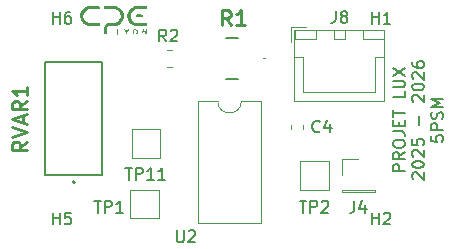
<source format=gbr>
%TF.GenerationSoftware,KiCad,Pcbnew,9.0.6*%
%TF.CreationDate,2025-12-09T16:42:41+01:00*%
%TF.ProjectId,Lumiere,4c756d69-6572-4652-9e6b-696361645f70,rev?*%
%TF.SameCoordinates,Original*%
%TF.FileFunction,Legend,Top*%
%TF.FilePolarity,Positive*%
%FSLAX46Y46*%
G04 Gerber Fmt 4.6, Leading zero omitted, Abs format (unit mm)*
G04 Created by KiCad (PCBNEW 9.0.6) date 2025-12-09 16:42:41*
%MOMM*%
%LPD*%
G01*
G04 APERTURE LIST*
%ADD10C,0.200000*%
%ADD11C,0.254000*%
%ADD12C,0.150000*%
%ADD13C,0.000000*%
%ADD14C,0.120000*%
%ADD15C,0.100000*%
G04 APERTURE END LIST*
D10*
X49077331Y-28995714D02*
X48077331Y-28995714D01*
X48077331Y-28995714D02*
X48077331Y-28614762D01*
X48077331Y-28614762D02*
X48124950Y-28519524D01*
X48124950Y-28519524D02*
X48172569Y-28471905D01*
X48172569Y-28471905D02*
X48267807Y-28424286D01*
X48267807Y-28424286D02*
X48410664Y-28424286D01*
X48410664Y-28424286D02*
X48505902Y-28471905D01*
X48505902Y-28471905D02*
X48553521Y-28519524D01*
X48553521Y-28519524D02*
X48601140Y-28614762D01*
X48601140Y-28614762D02*
X48601140Y-28995714D01*
X49077331Y-27424286D02*
X48601140Y-27757619D01*
X49077331Y-27995714D02*
X48077331Y-27995714D01*
X48077331Y-27995714D02*
X48077331Y-27614762D01*
X48077331Y-27614762D02*
X48124950Y-27519524D01*
X48124950Y-27519524D02*
X48172569Y-27471905D01*
X48172569Y-27471905D02*
X48267807Y-27424286D01*
X48267807Y-27424286D02*
X48410664Y-27424286D01*
X48410664Y-27424286D02*
X48505902Y-27471905D01*
X48505902Y-27471905D02*
X48553521Y-27519524D01*
X48553521Y-27519524D02*
X48601140Y-27614762D01*
X48601140Y-27614762D02*
X48601140Y-27995714D01*
X48077331Y-26805238D02*
X48077331Y-26614762D01*
X48077331Y-26614762D02*
X48124950Y-26519524D01*
X48124950Y-26519524D02*
X48220188Y-26424286D01*
X48220188Y-26424286D02*
X48410664Y-26376667D01*
X48410664Y-26376667D02*
X48743997Y-26376667D01*
X48743997Y-26376667D02*
X48934473Y-26424286D01*
X48934473Y-26424286D02*
X49029712Y-26519524D01*
X49029712Y-26519524D02*
X49077331Y-26614762D01*
X49077331Y-26614762D02*
X49077331Y-26805238D01*
X49077331Y-26805238D02*
X49029712Y-26900476D01*
X49029712Y-26900476D02*
X48934473Y-26995714D01*
X48934473Y-26995714D02*
X48743997Y-27043333D01*
X48743997Y-27043333D02*
X48410664Y-27043333D01*
X48410664Y-27043333D02*
X48220188Y-26995714D01*
X48220188Y-26995714D02*
X48124950Y-26900476D01*
X48124950Y-26900476D02*
X48077331Y-26805238D01*
X48077331Y-25662381D02*
X48791616Y-25662381D01*
X48791616Y-25662381D02*
X48934473Y-25710000D01*
X48934473Y-25710000D02*
X49029712Y-25805238D01*
X49029712Y-25805238D02*
X49077331Y-25948095D01*
X49077331Y-25948095D02*
X49077331Y-26043333D01*
X48553521Y-25186190D02*
X48553521Y-24852857D01*
X49077331Y-24710000D02*
X49077331Y-25186190D01*
X49077331Y-25186190D02*
X48077331Y-25186190D01*
X48077331Y-25186190D02*
X48077331Y-24710000D01*
X48077331Y-24424285D02*
X48077331Y-23852857D01*
X49077331Y-24138571D02*
X48077331Y-24138571D01*
X49077331Y-22281428D02*
X49077331Y-22757618D01*
X49077331Y-22757618D02*
X48077331Y-22757618D01*
X48077331Y-21948094D02*
X48886854Y-21948094D01*
X48886854Y-21948094D02*
X48982092Y-21900475D01*
X48982092Y-21900475D02*
X49029712Y-21852856D01*
X49029712Y-21852856D02*
X49077331Y-21757618D01*
X49077331Y-21757618D02*
X49077331Y-21567142D01*
X49077331Y-21567142D02*
X49029712Y-21471904D01*
X49029712Y-21471904D02*
X48982092Y-21424285D01*
X48982092Y-21424285D02*
X48886854Y-21376666D01*
X48886854Y-21376666D02*
X48077331Y-21376666D01*
X48077331Y-20995713D02*
X49077331Y-20329047D01*
X48077331Y-20329047D02*
X49077331Y-20995713D01*
X49782513Y-29709999D02*
X49734894Y-29662380D01*
X49734894Y-29662380D02*
X49687275Y-29567142D01*
X49687275Y-29567142D02*
X49687275Y-29329047D01*
X49687275Y-29329047D02*
X49734894Y-29233809D01*
X49734894Y-29233809D02*
X49782513Y-29186190D01*
X49782513Y-29186190D02*
X49877751Y-29138571D01*
X49877751Y-29138571D02*
X49972989Y-29138571D01*
X49972989Y-29138571D02*
X50115846Y-29186190D01*
X50115846Y-29186190D02*
X50687275Y-29757618D01*
X50687275Y-29757618D02*
X50687275Y-29138571D01*
X49687275Y-28519523D02*
X49687275Y-28424285D01*
X49687275Y-28424285D02*
X49734894Y-28329047D01*
X49734894Y-28329047D02*
X49782513Y-28281428D01*
X49782513Y-28281428D02*
X49877751Y-28233809D01*
X49877751Y-28233809D02*
X50068227Y-28186190D01*
X50068227Y-28186190D02*
X50306322Y-28186190D01*
X50306322Y-28186190D02*
X50496798Y-28233809D01*
X50496798Y-28233809D02*
X50592036Y-28281428D01*
X50592036Y-28281428D02*
X50639656Y-28329047D01*
X50639656Y-28329047D02*
X50687275Y-28424285D01*
X50687275Y-28424285D02*
X50687275Y-28519523D01*
X50687275Y-28519523D02*
X50639656Y-28614761D01*
X50639656Y-28614761D02*
X50592036Y-28662380D01*
X50592036Y-28662380D02*
X50496798Y-28709999D01*
X50496798Y-28709999D02*
X50306322Y-28757618D01*
X50306322Y-28757618D02*
X50068227Y-28757618D01*
X50068227Y-28757618D02*
X49877751Y-28709999D01*
X49877751Y-28709999D02*
X49782513Y-28662380D01*
X49782513Y-28662380D02*
X49734894Y-28614761D01*
X49734894Y-28614761D02*
X49687275Y-28519523D01*
X49782513Y-27805237D02*
X49734894Y-27757618D01*
X49734894Y-27757618D02*
X49687275Y-27662380D01*
X49687275Y-27662380D02*
X49687275Y-27424285D01*
X49687275Y-27424285D02*
X49734894Y-27329047D01*
X49734894Y-27329047D02*
X49782513Y-27281428D01*
X49782513Y-27281428D02*
X49877751Y-27233809D01*
X49877751Y-27233809D02*
X49972989Y-27233809D01*
X49972989Y-27233809D02*
X50115846Y-27281428D01*
X50115846Y-27281428D02*
X50687275Y-27852856D01*
X50687275Y-27852856D02*
X50687275Y-27233809D01*
X49687275Y-26329047D02*
X49687275Y-26805237D01*
X49687275Y-26805237D02*
X50163465Y-26852856D01*
X50163465Y-26852856D02*
X50115846Y-26805237D01*
X50115846Y-26805237D02*
X50068227Y-26709999D01*
X50068227Y-26709999D02*
X50068227Y-26471904D01*
X50068227Y-26471904D02*
X50115846Y-26376666D01*
X50115846Y-26376666D02*
X50163465Y-26329047D01*
X50163465Y-26329047D02*
X50258703Y-26281428D01*
X50258703Y-26281428D02*
X50496798Y-26281428D01*
X50496798Y-26281428D02*
X50592036Y-26329047D01*
X50592036Y-26329047D02*
X50639656Y-26376666D01*
X50639656Y-26376666D02*
X50687275Y-26471904D01*
X50687275Y-26471904D02*
X50687275Y-26709999D01*
X50687275Y-26709999D02*
X50639656Y-26805237D01*
X50639656Y-26805237D02*
X50592036Y-26852856D01*
X50306322Y-25090951D02*
X50306322Y-24329047D01*
X49782513Y-23138570D02*
X49734894Y-23090951D01*
X49734894Y-23090951D02*
X49687275Y-22995713D01*
X49687275Y-22995713D02*
X49687275Y-22757618D01*
X49687275Y-22757618D02*
X49734894Y-22662380D01*
X49734894Y-22662380D02*
X49782513Y-22614761D01*
X49782513Y-22614761D02*
X49877751Y-22567142D01*
X49877751Y-22567142D02*
X49972989Y-22567142D01*
X49972989Y-22567142D02*
X50115846Y-22614761D01*
X50115846Y-22614761D02*
X50687275Y-23186189D01*
X50687275Y-23186189D02*
X50687275Y-22567142D01*
X49687275Y-21948094D02*
X49687275Y-21852856D01*
X49687275Y-21852856D02*
X49734894Y-21757618D01*
X49734894Y-21757618D02*
X49782513Y-21709999D01*
X49782513Y-21709999D02*
X49877751Y-21662380D01*
X49877751Y-21662380D02*
X50068227Y-21614761D01*
X50068227Y-21614761D02*
X50306322Y-21614761D01*
X50306322Y-21614761D02*
X50496798Y-21662380D01*
X50496798Y-21662380D02*
X50592036Y-21709999D01*
X50592036Y-21709999D02*
X50639656Y-21757618D01*
X50639656Y-21757618D02*
X50687275Y-21852856D01*
X50687275Y-21852856D02*
X50687275Y-21948094D01*
X50687275Y-21948094D02*
X50639656Y-22043332D01*
X50639656Y-22043332D02*
X50592036Y-22090951D01*
X50592036Y-22090951D02*
X50496798Y-22138570D01*
X50496798Y-22138570D02*
X50306322Y-22186189D01*
X50306322Y-22186189D02*
X50068227Y-22186189D01*
X50068227Y-22186189D02*
X49877751Y-22138570D01*
X49877751Y-22138570D02*
X49782513Y-22090951D01*
X49782513Y-22090951D02*
X49734894Y-22043332D01*
X49734894Y-22043332D02*
X49687275Y-21948094D01*
X49782513Y-21233808D02*
X49734894Y-21186189D01*
X49734894Y-21186189D02*
X49687275Y-21090951D01*
X49687275Y-21090951D02*
X49687275Y-20852856D01*
X49687275Y-20852856D02*
X49734894Y-20757618D01*
X49734894Y-20757618D02*
X49782513Y-20709999D01*
X49782513Y-20709999D02*
X49877751Y-20662380D01*
X49877751Y-20662380D02*
X49972989Y-20662380D01*
X49972989Y-20662380D02*
X50115846Y-20709999D01*
X50115846Y-20709999D02*
X50687275Y-21281427D01*
X50687275Y-21281427D02*
X50687275Y-20662380D01*
X49687275Y-19805237D02*
X49687275Y-19995713D01*
X49687275Y-19995713D02*
X49734894Y-20090951D01*
X49734894Y-20090951D02*
X49782513Y-20138570D01*
X49782513Y-20138570D02*
X49925370Y-20233808D01*
X49925370Y-20233808D02*
X50115846Y-20281427D01*
X50115846Y-20281427D02*
X50496798Y-20281427D01*
X50496798Y-20281427D02*
X50592036Y-20233808D01*
X50592036Y-20233808D02*
X50639656Y-20186189D01*
X50639656Y-20186189D02*
X50687275Y-20090951D01*
X50687275Y-20090951D02*
X50687275Y-19900475D01*
X50687275Y-19900475D02*
X50639656Y-19805237D01*
X50639656Y-19805237D02*
X50592036Y-19757618D01*
X50592036Y-19757618D02*
X50496798Y-19709999D01*
X50496798Y-19709999D02*
X50258703Y-19709999D01*
X50258703Y-19709999D02*
X50163465Y-19757618D01*
X50163465Y-19757618D02*
X50115846Y-19805237D01*
X50115846Y-19805237D02*
X50068227Y-19900475D01*
X50068227Y-19900475D02*
X50068227Y-20090951D01*
X50068227Y-20090951D02*
X50115846Y-20186189D01*
X50115846Y-20186189D02*
X50163465Y-20233808D01*
X50163465Y-20233808D02*
X50258703Y-20281427D01*
X51297219Y-26019523D02*
X51297219Y-26495713D01*
X51297219Y-26495713D02*
X51773409Y-26543332D01*
X51773409Y-26543332D02*
X51725790Y-26495713D01*
X51725790Y-26495713D02*
X51678171Y-26400475D01*
X51678171Y-26400475D02*
X51678171Y-26162380D01*
X51678171Y-26162380D02*
X51725790Y-26067142D01*
X51725790Y-26067142D02*
X51773409Y-26019523D01*
X51773409Y-26019523D02*
X51868647Y-25971904D01*
X51868647Y-25971904D02*
X52106742Y-25971904D01*
X52106742Y-25971904D02*
X52201980Y-26019523D01*
X52201980Y-26019523D02*
X52249600Y-26067142D01*
X52249600Y-26067142D02*
X52297219Y-26162380D01*
X52297219Y-26162380D02*
X52297219Y-26400475D01*
X52297219Y-26400475D02*
X52249600Y-26495713D01*
X52249600Y-26495713D02*
X52201980Y-26543332D01*
X52297219Y-25543332D02*
X51297219Y-25543332D01*
X51297219Y-25543332D02*
X51297219Y-25162380D01*
X51297219Y-25162380D02*
X51344838Y-25067142D01*
X51344838Y-25067142D02*
X51392457Y-25019523D01*
X51392457Y-25019523D02*
X51487695Y-24971904D01*
X51487695Y-24971904D02*
X51630552Y-24971904D01*
X51630552Y-24971904D02*
X51725790Y-25019523D01*
X51725790Y-25019523D02*
X51773409Y-25067142D01*
X51773409Y-25067142D02*
X51821028Y-25162380D01*
X51821028Y-25162380D02*
X51821028Y-25543332D01*
X52249600Y-24590951D02*
X52297219Y-24448094D01*
X52297219Y-24448094D02*
X52297219Y-24209999D01*
X52297219Y-24209999D02*
X52249600Y-24114761D01*
X52249600Y-24114761D02*
X52201980Y-24067142D01*
X52201980Y-24067142D02*
X52106742Y-24019523D01*
X52106742Y-24019523D02*
X52011504Y-24019523D01*
X52011504Y-24019523D02*
X51916266Y-24067142D01*
X51916266Y-24067142D02*
X51868647Y-24114761D01*
X51868647Y-24114761D02*
X51821028Y-24209999D01*
X51821028Y-24209999D02*
X51773409Y-24400475D01*
X51773409Y-24400475D02*
X51725790Y-24495713D01*
X51725790Y-24495713D02*
X51678171Y-24543332D01*
X51678171Y-24543332D02*
X51582933Y-24590951D01*
X51582933Y-24590951D02*
X51487695Y-24590951D01*
X51487695Y-24590951D02*
X51392457Y-24543332D01*
X51392457Y-24543332D02*
X51344838Y-24495713D01*
X51344838Y-24495713D02*
X51297219Y-24400475D01*
X51297219Y-24400475D02*
X51297219Y-24162380D01*
X51297219Y-24162380D02*
X51344838Y-24019523D01*
X52297219Y-23590951D02*
X51297219Y-23590951D01*
X51297219Y-23590951D02*
X52011504Y-23257618D01*
X52011504Y-23257618D02*
X51297219Y-22924285D01*
X51297219Y-22924285D02*
X52297219Y-22924285D01*
D11*
X17104318Y-26525237D02*
X16499556Y-26948571D01*
X17104318Y-27250952D02*
X15834318Y-27250952D01*
X15834318Y-27250952D02*
X15834318Y-26767142D01*
X15834318Y-26767142D02*
X15894794Y-26646190D01*
X15894794Y-26646190D02*
X15955270Y-26585713D01*
X15955270Y-26585713D02*
X16076222Y-26525237D01*
X16076222Y-26525237D02*
X16257651Y-26525237D01*
X16257651Y-26525237D02*
X16378603Y-26585713D01*
X16378603Y-26585713D02*
X16439080Y-26646190D01*
X16439080Y-26646190D02*
X16499556Y-26767142D01*
X16499556Y-26767142D02*
X16499556Y-27250952D01*
X15834318Y-26162380D02*
X17104318Y-25739047D01*
X17104318Y-25739047D02*
X15834318Y-25315713D01*
X16741461Y-24952857D02*
X16741461Y-24348095D01*
X17104318Y-25073809D02*
X15834318Y-24650476D01*
X15834318Y-24650476D02*
X17104318Y-24227142D01*
X17104318Y-23078095D02*
X16499556Y-23501429D01*
X17104318Y-23803810D02*
X15834318Y-23803810D01*
X15834318Y-23803810D02*
X15834318Y-23320000D01*
X15834318Y-23320000D02*
X15894794Y-23199048D01*
X15894794Y-23199048D02*
X15955270Y-23138571D01*
X15955270Y-23138571D02*
X16076222Y-23078095D01*
X16076222Y-23078095D02*
X16257651Y-23078095D01*
X16257651Y-23078095D02*
X16378603Y-23138571D01*
X16378603Y-23138571D02*
X16439080Y-23199048D01*
X16439080Y-23199048D02*
X16499556Y-23320000D01*
X16499556Y-23320000D02*
X16499556Y-23803810D01*
X17104318Y-21868571D02*
X17104318Y-22594286D01*
X17104318Y-22231429D02*
X15834318Y-22231429D01*
X15834318Y-22231429D02*
X16015746Y-22352381D01*
X16015746Y-22352381D02*
X16136699Y-22473333D01*
X16136699Y-22473333D02*
X16197175Y-22594286D01*
D12*
X43196666Y-15469819D02*
X43196666Y-16184104D01*
X43196666Y-16184104D02*
X43149047Y-16326961D01*
X43149047Y-16326961D02*
X43053809Y-16422200D01*
X43053809Y-16422200D02*
X42910952Y-16469819D01*
X42910952Y-16469819D02*
X42815714Y-16469819D01*
X43815714Y-15898390D02*
X43720476Y-15850771D01*
X43720476Y-15850771D02*
X43672857Y-15803152D01*
X43672857Y-15803152D02*
X43625238Y-15707914D01*
X43625238Y-15707914D02*
X43625238Y-15660295D01*
X43625238Y-15660295D02*
X43672857Y-15565057D01*
X43672857Y-15565057D02*
X43720476Y-15517438D01*
X43720476Y-15517438D02*
X43815714Y-15469819D01*
X43815714Y-15469819D02*
X44006190Y-15469819D01*
X44006190Y-15469819D02*
X44101428Y-15517438D01*
X44101428Y-15517438D02*
X44149047Y-15565057D01*
X44149047Y-15565057D02*
X44196666Y-15660295D01*
X44196666Y-15660295D02*
X44196666Y-15707914D01*
X44196666Y-15707914D02*
X44149047Y-15803152D01*
X44149047Y-15803152D02*
X44101428Y-15850771D01*
X44101428Y-15850771D02*
X44006190Y-15898390D01*
X44006190Y-15898390D02*
X43815714Y-15898390D01*
X43815714Y-15898390D02*
X43720476Y-15946009D01*
X43720476Y-15946009D02*
X43672857Y-15993628D01*
X43672857Y-15993628D02*
X43625238Y-16088866D01*
X43625238Y-16088866D02*
X43625238Y-16279342D01*
X43625238Y-16279342D02*
X43672857Y-16374580D01*
X43672857Y-16374580D02*
X43720476Y-16422200D01*
X43720476Y-16422200D02*
X43815714Y-16469819D01*
X43815714Y-16469819D02*
X44006190Y-16469819D01*
X44006190Y-16469819D02*
X44101428Y-16422200D01*
X44101428Y-16422200D02*
X44149047Y-16374580D01*
X44149047Y-16374580D02*
X44196666Y-16279342D01*
X44196666Y-16279342D02*
X44196666Y-16088866D01*
X44196666Y-16088866D02*
X44149047Y-15993628D01*
X44149047Y-15993628D02*
X44101428Y-15946009D01*
X44101428Y-15946009D02*
X44006190Y-15898390D01*
X19268095Y-16544819D02*
X19268095Y-15544819D01*
X19268095Y-16021009D02*
X19839523Y-16021009D01*
X19839523Y-16544819D02*
X19839523Y-15544819D01*
X20744285Y-15544819D02*
X20553809Y-15544819D01*
X20553809Y-15544819D02*
X20458571Y-15592438D01*
X20458571Y-15592438D02*
X20410952Y-15640057D01*
X20410952Y-15640057D02*
X20315714Y-15782914D01*
X20315714Y-15782914D02*
X20268095Y-15973390D01*
X20268095Y-15973390D02*
X20268095Y-16354342D01*
X20268095Y-16354342D02*
X20315714Y-16449580D01*
X20315714Y-16449580D02*
X20363333Y-16497200D01*
X20363333Y-16497200D02*
X20458571Y-16544819D01*
X20458571Y-16544819D02*
X20649047Y-16544819D01*
X20649047Y-16544819D02*
X20744285Y-16497200D01*
X20744285Y-16497200D02*
X20791904Y-16449580D01*
X20791904Y-16449580D02*
X20839523Y-16354342D01*
X20839523Y-16354342D02*
X20839523Y-16116247D01*
X20839523Y-16116247D02*
X20791904Y-16021009D01*
X20791904Y-16021009D02*
X20744285Y-15973390D01*
X20744285Y-15973390D02*
X20649047Y-15925771D01*
X20649047Y-15925771D02*
X20458571Y-15925771D01*
X20458571Y-15925771D02*
X20363333Y-15973390D01*
X20363333Y-15973390D02*
X20315714Y-16021009D01*
X20315714Y-16021009D02*
X20268095Y-16116247D01*
X19268095Y-33544819D02*
X19268095Y-32544819D01*
X19268095Y-33021009D02*
X19839523Y-33021009D01*
X19839523Y-33544819D02*
X19839523Y-32544819D01*
X20791904Y-32544819D02*
X20315714Y-32544819D01*
X20315714Y-32544819D02*
X20268095Y-33021009D01*
X20268095Y-33021009D02*
X20315714Y-32973390D01*
X20315714Y-32973390D02*
X20410952Y-32925771D01*
X20410952Y-32925771D02*
X20649047Y-32925771D01*
X20649047Y-32925771D02*
X20744285Y-32973390D01*
X20744285Y-32973390D02*
X20791904Y-33021009D01*
X20791904Y-33021009D02*
X20839523Y-33116247D01*
X20839523Y-33116247D02*
X20839523Y-33354342D01*
X20839523Y-33354342D02*
X20791904Y-33449580D01*
X20791904Y-33449580D02*
X20744285Y-33497200D01*
X20744285Y-33497200D02*
X20649047Y-33544819D01*
X20649047Y-33544819D02*
X20410952Y-33544819D01*
X20410952Y-33544819D02*
X20315714Y-33497200D01*
X20315714Y-33497200D02*
X20268095Y-33449580D01*
X46268095Y-33544819D02*
X46268095Y-32544819D01*
X46268095Y-33021009D02*
X46839523Y-33021009D01*
X46839523Y-33544819D02*
X46839523Y-32544819D01*
X47268095Y-32640057D02*
X47315714Y-32592438D01*
X47315714Y-32592438D02*
X47410952Y-32544819D01*
X47410952Y-32544819D02*
X47649047Y-32544819D01*
X47649047Y-32544819D02*
X47744285Y-32592438D01*
X47744285Y-32592438D02*
X47791904Y-32640057D01*
X47791904Y-32640057D02*
X47839523Y-32735295D01*
X47839523Y-32735295D02*
X47839523Y-32830533D01*
X47839523Y-32830533D02*
X47791904Y-32973390D01*
X47791904Y-32973390D02*
X47220476Y-33544819D01*
X47220476Y-33544819D02*
X47839523Y-33544819D01*
X46268095Y-16544819D02*
X46268095Y-15544819D01*
X46268095Y-16021009D02*
X46839523Y-16021009D01*
X46839523Y-16544819D02*
X46839523Y-15544819D01*
X47839523Y-16544819D02*
X47268095Y-16544819D01*
X47553809Y-16544819D02*
X47553809Y-15544819D01*
X47553809Y-15544819D02*
X47458571Y-15687676D01*
X47458571Y-15687676D02*
X47363333Y-15782914D01*
X47363333Y-15782914D02*
X47268095Y-15830533D01*
X41863333Y-25649580D02*
X41815714Y-25697200D01*
X41815714Y-25697200D02*
X41672857Y-25744819D01*
X41672857Y-25744819D02*
X41577619Y-25744819D01*
X41577619Y-25744819D02*
X41434762Y-25697200D01*
X41434762Y-25697200D02*
X41339524Y-25601961D01*
X41339524Y-25601961D02*
X41291905Y-25506723D01*
X41291905Y-25506723D02*
X41244286Y-25316247D01*
X41244286Y-25316247D02*
X41244286Y-25173390D01*
X41244286Y-25173390D02*
X41291905Y-24982914D01*
X41291905Y-24982914D02*
X41339524Y-24887676D01*
X41339524Y-24887676D02*
X41434762Y-24792438D01*
X41434762Y-24792438D02*
X41577619Y-24744819D01*
X41577619Y-24744819D02*
X41672857Y-24744819D01*
X41672857Y-24744819D02*
X41815714Y-24792438D01*
X41815714Y-24792438D02*
X41863333Y-24840057D01*
X42720476Y-25078152D02*
X42720476Y-25744819D01*
X42482381Y-24697200D02*
X42244286Y-25411485D01*
X42244286Y-25411485D02*
X42863333Y-25411485D01*
X29768095Y-34044819D02*
X29768095Y-34854342D01*
X29768095Y-34854342D02*
X29815714Y-34949580D01*
X29815714Y-34949580D02*
X29863333Y-34997200D01*
X29863333Y-34997200D02*
X29958571Y-35044819D01*
X29958571Y-35044819D02*
X30149047Y-35044819D01*
X30149047Y-35044819D02*
X30244285Y-34997200D01*
X30244285Y-34997200D02*
X30291904Y-34949580D01*
X30291904Y-34949580D02*
X30339523Y-34854342D01*
X30339523Y-34854342D02*
X30339523Y-34044819D01*
X30768095Y-34140057D02*
X30815714Y-34092438D01*
X30815714Y-34092438D02*
X30910952Y-34044819D01*
X30910952Y-34044819D02*
X31149047Y-34044819D01*
X31149047Y-34044819D02*
X31244285Y-34092438D01*
X31244285Y-34092438D02*
X31291904Y-34140057D01*
X31291904Y-34140057D02*
X31339523Y-34235295D01*
X31339523Y-34235295D02*
X31339523Y-34330533D01*
X31339523Y-34330533D02*
X31291904Y-34473390D01*
X31291904Y-34473390D02*
X30720476Y-35044819D01*
X30720476Y-35044819D02*
X31339523Y-35044819D01*
X25391905Y-28744819D02*
X25963333Y-28744819D01*
X25677619Y-29744819D02*
X25677619Y-28744819D01*
X26296667Y-29744819D02*
X26296667Y-28744819D01*
X26296667Y-28744819D02*
X26677619Y-28744819D01*
X26677619Y-28744819D02*
X26772857Y-28792438D01*
X26772857Y-28792438D02*
X26820476Y-28840057D01*
X26820476Y-28840057D02*
X26868095Y-28935295D01*
X26868095Y-28935295D02*
X26868095Y-29078152D01*
X26868095Y-29078152D02*
X26820476Y-29173390D01*
X26820476Y-29173390D02*
X26772857Y-29221009D01*
X26772857Y-29221009D02*
X26677619Y-29268628D01*
X26677619Y-29268628D02*
X26296667Y-29268628D01*
X27820476Y-29744819D02*
X27249048Y-29744819D01*
X27534762Y-29744819D02*
X27534762Y-28744819D01*
X27534762Y-28744819D02*
X27439524Y-28887676D01*
X27439524Y-28887676D02*
X27344286Y-28982914D01*
X27344286Y-28982914D02*
X27249048Y-29030533D01*
X28772857Y-29744819D02*
X28201429Y-29744819D01*
X28487143Y-29744819D02*
X28487143Y-28744819D01*
X28487143Y-28744819D02*
X28391905Y-28887676D01*
X28391905Y-28887676D02*
X28296667Y-28982914D01*
X28296667Y-28982914D02*
X28201429Y-29030533D01*
X40168095Y-31544819D02*
X40739523Y-31544819D01*
X40453809Y-32544819D02*
X40453809Y-31544819D01*
X41072857Y-32544819D02*
X41072857Y-31544819D01*
X41072857Y-31544819D02*
X41453809Y-31544819D01*
X41453809Y-31544819D02*
X41549047Y-31592438D01*
X41549047Y-31592438D02*
X41596666Y-31640057D01*
X41596666Y-31640057D02*
X41644285Y-31735295D01*
X41644285Y-31735295D02*
X41644285Y-31878152D01*
X41644285Y-31878152D02*
X41596666Y-31973390D01*
X41596666Y-31973390D02*
X41549047Y-32021009D01*
X41549047Y-32021009D02*
X41453809Y-32068628D01*
X41453809Y-32068628D02*
X41072857Y-32068628D01*
X42025238Y-31640057D02*
X42072857Y-31592438D01*
X42072857Y-31592438D02*
X42168095Y-31544819D01*
X42168095Y-31544819D02*
X42406190Y-31544819D01*
X42406190Y-31544819D02*
X42501428Y-31592438D01*
X42501428Y-31592438D02*
X42549047Y-31640057D01*
X42549047Y-31640057D02*
X42596666Y-31735295D01*
X42596666Y-31735295D02*
X42596666Y-31830533D01*
X42596666Y-31830533D02*
X42549047Y-31973390D01*
X42549047Y-31973390D02*
X41977619Y-32544819D01*
X41977619Y-32544819D02*
X42596666Y-32544819D01*
X22768095Y-31544819D02*
X23339523Y-31544819D01*
X23053809Y-32544819D02*
X23053809Y-31544819D01*
X23672857Y-32544819D02*
X23672857Y-31544819D01*
X23672857Y-31544819D02*
X24053809Y-31544819D01*
X24053809Y-31544819D02*
X24149047Y-31592438D01*
X24149047Y-31592438D02*
X24196666Y-31640057D01*
X24196666Y-31640057D02*
X24244285Y-31735295D01*
X24244285Y-31735295D02*
X24244285Y-31878152D01*
X24244285Y-31878152D02*
X24196666Y-31973390D01*
X24196666Y-31973390D02*
X24149047Y-32021009D01*
X24149047Y-32021009D02*
X24053809Y-32068628D01*
X24053809Y-32068628D02*
X23672857Y-32068628D01*
X25196666Y-32544819D02*
X24625238Y-32544819D01*
X24910952Y-32544819D02*
X24910952Y-31544819D01*
X24910952Y-31544819D02*
X24815714Y-31687676D01*
X24815714Y-31687676D02*
X24720476Y-31782914D01*
X24720476Y-31782914D02*
X24625238Y-31830533D01*
X28863333Y-18044819D02*
X28530000Y-17568628D01*
X28291905Y-18044819D02*
X28291905Y-17044819D01*
X28291905Y-17044819D02*
X28672857Y-17044819D01*
X28672857Y-17044819D02*
X28768095Y-17092438D01*
X28768095Y-17092438D02*
X28815714Y-17140057D01*
X28815714Y-17140057D02*
X28863333Y-17235295D01*
X28863333Y-17235295D02*
X28863333Y-17378152D01*
X28863333Y-17378152D02*
X28815714Y-17473390D01*
X28815714Y-17473390D02*
X28768095Y-17521009D01*
X28768095Y-17521009D02*
X28672857Y-17568628D01*
X28672857Y-17568628D02*
X28291905Y-17568628D01*
X29244286Y-17140057D02*
X29291905Y-17092438D01*
X29291905Y-17092438D02*
X29387143Y-17044819D01*
X29387143Y-17044819D02*
X29625238Y-17044819D01*
X29625238Y-17044819D02*
X29720476Y-17092438D01*
X29720476Y-17092438D02*
X29768095Y-17140057D01*
X29768095Y-17140057D02*
X29815714Y-17235295D01*
X29815714Y-17235295D02*
X29815714Y-17330533D01*
X29815714Y-17330533D02*
X29768095Y-17473390D01*
X29768095Y-17473390D02*
X29196667Y-18044819D01*
X29196667Y-18044819D02*
X29815714Y-18044819D01*
D11*
X34318333Y-16664318D02*
X33894999Y-16059556D01*
X33592618Y-16664318D02*
X33592618Y-15394318D01*
X33592618Y-15394318D02*
X34076428Y-15394318D01*
X34076428Y-15394318D02*
X34197380Y-15454794D01*
X34197380Y-15454794D02*
X34257857Y-15515270D01*
X34257857Y-15515270D02*
X34318333Y-15636222D01*
X34318333Y-15636222D02*
X34318333Y-15817651D01*
X34318333Y-15817651D02*
X34257857Y-15938603D01*
X34257857Y-15938603D02*
X34197380Y-15999080D01*
X34197380Y-15999080D02*
X34076428Y-16059556D01*
X34076428Y-16059556D02*
X33592618Y-16059556D01*
X35527857Y-16664318D02*
X34802142Y-16664318D01*
X35164999Y-16664318D02*
X35164999Y-15394318D01*
X35164999Y-15394318D02*
X35044047Y-15575746D01*
X35044047Y-15575746D02*
X34923095Y-15696699D01*
X34923095Y-15696699D02*
X34802142Y-15757175D01*
D12*
X44796666Y-31544819D02*
X44796666Y-32259104D01*
X44796666Y-32259104D02*
X44749047Y-32401961D01*
X44749047Y-32401961D02*
X44653809Y-32497200D01*
X44653809Y-32497200D02*
X44510952Y-32544819D01*
X44510952Y-32544819D02*
X44415714Y-32544819D01*
X45701428Y-31878152D02*
X45701428Y-32544819D01*
X45463333Y-31497200D02*
X45225238Y-32211485D01*
X45225238Y-32211485D02*
X45844285Y-32211485D01*
D13*
%TO.C,G\u002A\u002A\u002A*%
G36*
X24137428Y-15043281D02*
G01*
X24291064Y-15045836D01*
X24410620Y-15048646D01*
X24502049Y-15052240D01*
X24571302Y-15057145D01*
X24624329Y-15063890D01*
X24667083Y-15073002D01*
X24705516Y-15085009D01*
X24735282Y-15096311D01*
X24894149Y-15179622D01*
X25029518Y-15291247D01*
X25138546Y-15426001D01*
X25218388Y-15578698D01*
X25266202Y-15744154D01*
X25279144Y-15917180D01*
X25262448Y-16057718D01*
X25217069Y-16212944D01*
X25147341Y-16347111D01*
X25046872Y-16471383D01*
X24997854Y-16519690D01*
X24919072Y-16588720D01*
X24844739Y-16641088D01*
X24767081Y-16679313D01*
X24678326Y-16705916D01*
X24570701Y-16723417D01*
X24436433Y-16734336D01*
X24319913Y-16739502D01*
X24170930Y-16746027D01*
X24057223Y-16756356D01*
X23974039Y-16774346D01*
X23916623Y-16803859D01*
X23880220Y-16848752D01*
X23860076Y-16912887D01*
X23851436Y-17000122D01*
X23849545Y-17114318D01*
X23849543Y-17121328D01*
X23846923Y-17243706D01*
X23838227Y-17332334D01*
X23822198Y-17393203D01*
X23797578Y-17432302D01*
X23781495Y-17445666D01*
X23728694Y-17460513D01*
X23665647Y-17452336D01*
X23612603Y-17424043D01*
X23609353Y-17420953D01*
X23592050Y-17399533D01*
X23580543Y-17371162D01*
X23573686Y-17327923D01*
X23570333Y-17261898D01*
X23569339Y-17165169D01*
X23569322Y-17144298D01*
X23572889Y-17000630D01*
X23585004Y-16887987D01*
X23607789Y-16797877D01*
X23643363Y-16721814D01*
X23691911Y-16653648D01*
X23741040Y-16599295D01*
X23791236Y-16558228D01*
X23849296Y-16528326D01*
X23922016Y-16507469D01*
X24016192Y-16493536D01*
X24138622Y-16484406D01*
X24249858Y-16479551D01*
X24374448Y-16474601D01*
X24466707Y-16469402D01*
X24534321Y-16462803D01*
X24584982Y-16453653D01*
X24626376Y-16440802D01*
X24666194Y-16423099D01*
X24682665Y-16414780D01*
X24807688Y-16330551D01*
X24902341Y-16225906D01*
X24966685Y-16106439D01*
X25000784Y-15977741D01*
X25004699Y-15845405D01*
X24978493Y-15715023D01*
X24922227Y-15592187D01*
X24835965Y-15482490D01*
X24719769Y-15391523D01*
X24670965Y-15364608D01*
X24642374Y-15352998D01*
X24605095Y-15343814D01*
X24553797Y-15336615D01*
X24483152Y-15330961D01*
X24387830Y-15326411D01*
X24262502Y-15322524D01*
X24122950Y-15319298D01*
X23972762Y-15316048D01*
X23857480Y-15313024D01*
X23771986Y-15309657D01*
X23711165Y-15305378D01*
X23669898Y-15299618D01*
X23643068Y-15291810D01*
X23625557Y-15281385D01*
X23612249Y-15267773D01*
X23607545Y-15262037D01*
X23574581Y-15203678D01*
X23577577Y-15147740D01*
X23612015Y-15090279D01*
X23654707Y-15036004D01*
X24137428Y-15043281D01*
G37*
G36*
X24754034Y-17008857D02*
G01*
X24763901Y-17037820D01*
X24770303Y-17093896D01*
X24774448Y-17183470D01*
X24774520Y-17185767D01*
X24780275Y-17370913D01*
X24890362Y-17380921D01*
X24958959Y-17390689D01*
X24993453Y-17405477D01*
X25000449Y-17420953D01*
X24991368Y-17437555D01*
X24959508Y-17448238D01*
X24897939Y-17454718D01*
X24855334Y-17456857D01*
X24710220Y-17462738D01*
X24710220Y-17231680D01*
X24711063Y-17129959D01*
X24714109Y-17062141D01*
X24720129Y-17022123D01*
X24729897Y-17003804D01*
X24739493Y-17000622D01*
X24754034Y-17008857D01*
G37*
G36*
X25683706Y-17006875D02*
G01*
X25687574Y-17028982D01*
X25671062Y-17071966D01*
X25632844Y-17140849D01*
X25616661Y-17167788D01*
X25576877Y-17242046D01*
X25546027Y-17315727D01*
X25531594Y-17368935D01*
X25516378Y-17428904D01*
X25493307Y-17456995D01*
X25465760Y-17449219D01*
X25464564Y-17448057D01*
X25455378Y-17420513D01*
X25450850Y-17370961D01*
X25450752Y-17362573D01*
X25435503Y-17287180D01*
X25391433Y-17193070D01*
X25380697Y-17174757D01*
X25345038Y-17111547D01*
X25319823Y-17059071D01*
X25310693Y-17029643D01*
X25320145Y-17001682D01*
X25344818Y-17004515D01*
X25379191Y-17034698D01*
X25417739Y-17088788D01*
X25424629Y-17100680D01*
X25457158Y-17154812D01*
X25483068Y-17191155D01*
X25494122Y-17200759D01*
X25510884Y-17185100D01*
X25540693Y-17144503D01*
X25568996Y-17100700D01*
X25607011Y-17046724D01*
X25641797Y-17010388D01*
X25660784Y-17000622D01*
X25683706Y-17006875D01*
G37*
G36*
X26312655Y-17006237D02*
G01*
X26387914Y-17041124D01*
X26445406Y-17099832D01*
X26478677Y-17177105D01*
X26481275Y-17267690D01*
X26472916Y-17304382D01*
X26431584Y-17378612D01*
X26364656Y-17431446D01*
X26282618Y-17458836D01*
X26195951Y-17456731D01*
X26136171Y-17434459D01*
X26072227Y-17378879D01*
X26034694Y-17304559D01*
X26026513Y-17243334D01*
X26107986Y-17243334D01*
X26128688Y-17313539D01*
X26166090Y-17355901D01*
X26224174Y-17378559D01*
X26291962Y-17376408D01*
X26350329Y-17351008D01*
X26362421Y-17339894D01*
X26396047Y-17278030D01*
X26399274Y-17210421D01*
X26376401Y-17147433D01*
X26331727Y-17099431D01*
X26269553Y-17076782D01*
X26253064Y-17076254D01*
X26190944Y-17084148D01*
X26152395Y-17110293D01*
X26122343Y-17165113D01*
X26121424Y-17167290D01*
X26107986Y-17243334D01*
X26026513Y-17243334D01*
X26023610Y-17221607D01*
X26039014Y-17140133D01*
X26080943Y-17070247D01*
X26134641Y-17028938D01*
X26226080Y-17000423D01*
X26312655Y-17006237D01*
G37*
G36*
X26910221Y-17007152D02*
G01*
X26949803Y-17037785D01*
X27004407Y-17099907D01*
X27046584Y-17154398D01*
X27162151Y-17308175D01*
X27172159Y-17159402D01*
X27179503Y-17079247D01*
X27189390Y-17032513D01*
X27203598Y-17012601D01*
X27212190Y-17010630D01*
X27225636Y-17016923D01*
X27234487Y-17040034D01*
X27239609Y-17086311D01*
X27241869Y-17162102D01*
X27242214Y-17230529D01*
X27240334Y-17342810D01*
X27232826Y-17416333D01*
X27216890Y-17452269D01*
X27189723Y-17451791D01*
X27148524Y-17416072D01*
X27090491Y-17346285D01*
X27060151Y-17306736D01*
X26941978Y-17150740D01*
X26936132Y-17305862D01*
X26930506Y-17392001D01*
X26921025Y-17442269D01*
X26906862Y-17460712D01*
X26904440Y-17460984D01*
X26870726Y-17451814D01*
X26865250Y-17447640D01*
X26859162Y-17422425D01*
X26854952Y-17368000D01*
X26852651Y-17295143D01*
X26852290Y-17214634D01*
X26853901Y-17137251D01*
X26857514Y-17073774D01*
X26863160Y-17034980D01*
X26864056Y-17032282D01*
X26882644Y-17005991D01*
X26910221Y-17007152D01*
G37*
G36*
X23247617Y-15091816D02*
G01*
X23283041Y-15153998D01*
X23281818Y-15210199D01*
X23250879Y-15262037D01*
X23237831Y-15276923D01*
X23222408Y-15288420D01*
X23199491Y-15297097D01*
X23163962Y-15303522D01*
X23110706Y-15308264D01*
X23034604Y-15311891D01*
X22930539Y-15314973D01*
X22793394Y-15318077D01*
X22735473Y-15319298D01*
X22579287Y-15322965D01*
X22457803Y-15326908D01*
X22365692Y-15331566D01*
X22297624Y-15337381D01*
X22248270Y-15344792D01*
X22212301Y-15354242D01*
X22187458Y-15364608D01*
X22058499Y-15449405D01*
X21958470Y-15558039D01*
X21889781Y-15685119D01*
X21854845Y-15825250D01*
X21856072Y-15973042D01*
X21875145Y-16063064D01*
X21928219Y-16181119D01*
X22012535Y-16290828D01*
X22119353Y-16381931D01*
X22175758Y-16415885D01*
X22210324Y-16433473D01*
X22242223Y-16446823D01*
X22277557Y-16456607D01*
X22322430Y-16463493D01*
X22382945Y-16468151D01*
X22465206Y-16471251D01*
X22575317Y-16473463D01*
X22718652Y-16475446D01*
X22849706Y-16477515D01*
X22969082Y-16480112D01*
X23070324Y-16483038D01*
X23146979Y-16486096D01*
X23192592Y-16489088D01*
X23200603Y-16490200D01*
X23239709Y-16515907D01*
X23272462Y-16565283D01*
X23288711Y-16622148D01*
X23289101Y-16631272D01*
X23275882Y-16666039D01*
X23249070Y-16700385D01*
X23234385Y-16713041D01*
X23215471Y-16722693D01*
X23187173Y-16729731D01*
X23144339Y-16734545D01*
X23081815Y-16737524D01*
X22994446Y-16739059D01*
X22877079Y-16739539D01*
X22733664Y-16739374D01*
X22581530Y-16738811D01*
X22463339Y-16737561D01*
X22373003Y-16735149D01*
X22304435Y-16731104D01*
X22251545Y-16724953D01*
X22208247Y-16716225D01*
X22168453Y-16704448D01*
X22136497Y-16693051D01*
X22038138Y-16651862D01*
X21958212Y-16605372D01*
X21882852Y-16544056D01*
X21804168Y-16464798D01*
X21713875Y-16353816D01*
X21650426Y-16238137D01*
X21606300Y-16102979D01*
X21595232Y-16054155D01*
X21577942Y-15876577D01*
X21599174Y-15702415D01*
X21657444Y-15536508D01*
X21751269Y-15383694D01*
X21827513Y-15296776D01*
X21904504Y-15224506D01*
X21979501Y-15166821D01*
X22058246Y-15122152D01*
X22146477Y-15088934D01*
X22249933Y-15065599D01*
X22374353Y-15050581D01*
X22525477Y-15042312D01*
X22709045Y-15039226D01*
X22771444Y-15039077D01*
X23206133Y-15039077D01*
X23247617Y-15091816D01*
G37*
G36*
X27059818Y-15041299D02*
G01*
X27124319Y-15044238D01*
X27169275Y-15049257D01*
X27199801Y-15056604D01*
X27221016Y-15066527D01*
X27223271Y-15067963D01*
X27262093Y-15114632D01*
X27273220Y-15176157D01*
X27256161Y-15238027D01*
X27230160Y-15271160D01*
X27213635Y-15283384D01*
X27190910Y-15292929D01*
X27156826Y-15300278D01*
X27106224Y-15305913D01*
X27033947Y-15310315D01*
X26934837Y-15313967D01*
X26803734Y-15317349D01*
X26714754Y-15319298D01*
X26563329Y-15322734D01*
X26446312Y-15326193D01*
X26358082Y-15330216D01*
X26293021Y-15335346D01*
X26245508Y-15342125D01*
X26209922Y-15351093D01*
X26180645Y-15362793D01*
X26161363Y-15372645D01*
X26039271Y-15458571D01*
X25947518Y-15563895D01*
X25885590Y-15683124D01*
X25852970Y-15810763D01*
X25849141Y-15941319D01*
X25873589Y-16069299D01*
X25925797Y-16189208D01*
X26005250Y-16295553D01*
X26111431Y-16382839D01*
X26243824Y-16445573D01*
X26262676Y-16451561D01*
X26312886Y-16462471D01*
X26384097Y-16470533D01*
X26480981Y-16476004D01*
X26608215Y-16479144D01*
X26770471Y-16480208D01*
X26781930Y-16480212D01*
X26923894Y-16480478D01*
X27031218Y-16481564D01*
X27109290Y-16483902D01*
X27163500Y-16487923D01*
X27199237Y-16494059D01*
X27221890Y-16502740D01*
X27236849Y-16514399D01*
X27239112Y-16516815D01*
X27266410Y-16571750D01*
X27269174Y-16636746D01*
X27247735Y-16693614D01*
X27235634Y-16707291D01*
X27219602Y-16717963D01*
X27194800Y-16726066D01*
X27156181Y-16731918D01*
X27098700Y-16735836D01*
X27017309Y-16738138D01*
X26906964Y-16739140D01*
X26762616Y-16739161D01*
X26730236Y-16739078D01*
X26543876Y-16737419D01*
X26396130Y-16733577D01*
X26285634Y-16727485D01*
X26211026Y-16719078D01*
X26181379Y-16712418D01*
X26009789Y-16638238D01*
X25861561Y-16533111D01*
X25739981Y-16400318D01*
X25648338Y-16243136D01*
X25610429Y-16142840D01*
X25574918Y-15965131D01*
X25577340Y-15790052D01*
X25615644Y-15622160D01*
X25687779Y-15466014D01*
X25791692Y-15326172D01*
X25925333Y-15207192D01*
X26070193Y-15121303D01*
X26221410Y-15049085D01*
X26697857Y-15042482D01*
X26851704Y-15040669D01*
X26970652Y-15040192D01*
X27059818Y-15041299D01*
G37*
G36*
X26718040Y-15761969D02*
G01*
X26804329Y-15770395D01*
X26861466Y-15787096D01*
X26894796Y-15814250D01*
X26909661Y-15854031D01*
X26911954Y-15887780D01*
X26907512Y-15938126D01*
X26890472Y-15974010D01*
X26855265Y-15997779D01*
X26796320Y-16011776D01*
X26708066Y-16018347D01*
X26598232Y-16019849D01*
X26493685Y-16019093D01*
X26421644Y-16016153D01*
X26374598Y-16010025D01*
X26345038Y-15999705D01*
X26325455Y-15984189D01*
X26324591Y-15983246D01*
X26295588Y-15924312D01*
X26298153Y-15857686D01*
X26331497Y-15799676D01*
X26353518Y-15781996D01*
X26382780Y-15770384D01*
X26427449Y-15763607D01*
X26495692Y-15760438D01*
X26595676Y-15759645D01*
X26597256Y-15759644D01*
X26718040Y-15761969D01*
G37*
D10*
%TO.C,RVAR1*%
X23445000Y-19825000D02*
X18615000Y-19825000D01*
X18615000Y-19825000D02*
X18615000Y-29355000D01*
X23445000Y-29355000D02*
X23445000Y-19825000D01*
X18615000Y-29355000D02*
X23445000Y-29355000D01*
X21035000Y-29876000D02*
X21035000Y-29876000D01*
X21035000Y-30076000D02*
X21035000Y-30076000D01*
X21035000Y-29876000D02*
G75*
G02*
X21035000Y-30076000I0J-100000D01*
G01*
X21035000Y-30076000D02*
G75*
G02*
X21035000Y-29876000I0J100000D01*
G01*
D14*
%TO.C,J8*%
X39430000Y-16815000D02*
X39430000Y-18065000D01*
X39720000Y-17105000D02*
X39720000Y-23075000D01*
X39720000Y-23075000D02*
X47340000Y-23075000D01*
X39730000Y-17115000D02*
X39730000Y-17865000D01*
X39730000Y-17865000D02*
X41530000Y-17865000D01*
X39730000Y-19365000D02*
X40480000Y-19365000D01*
X40480000Y-19365000D02*
X40480000Y-22315000D01*
X40480000Y-22315000D02*
X43530000Y-22315000D01*
X40680000Y-16815000D02*
X39430000Y-16815000D01*
X41530000Y-17115000D02*
X39730000Y-17115000D01*
X41530000Y-17865000D02*
X41530000Y-17115000D01*
X43030000Y-17115000D02*
X43030000Y-17865000D01*
X43030000Y-17865000D02*
X44030000Y-17865000D01*
X44030000Y-17115000D02*
X43030000Y-17115000D01*
X44030000Y-17865000D02*
X44030000Y-17115000D01*
X45530000Y-17115000D02*
X45530000Y-17865000D01*
X45530000Y-17865000D02*
X47330000Y-17865000D01*
X46580000Y-19365000D02*
X46580000Y-22315000D01*
X46580000Y-22315000D02*
X43530000Y-22315000D01*
X47330000Y-17115000D02*
X45530000Y-17115000D01*
X47330000Y-17865000D02*
X47330000Y-17115000D01*
X47330000Y-19365000D02*
X46580000Y-19365000D01*
X47340000Y-17105000D02*
X39720000Y-17105000D01*
X47340000Y-23075000D02*
X47340000Y-17105000D01*
%TO.C,C4*%
X39420000Y-25436267D02*
X39420000Y-25143733D01*
X40440000Y-25436267D02*
X40440000Y-25143733D01*
%TO.C,U2*%
X31575000Y-23105000D02*
X31575000Y-33385000D01*
X31575000Y-33385000D02*
X36875000Y-33385000D01*
X33225000Y-23105000D02*
X31575000Y-23105000D01*
X36875000Y-23105000D02*
X35225000Y-23105000D01*
X36875000Y-33385000D02*
X36875000Y-23105000D01*
X35225000Y-23105000D02*
G75*
G02*
X33225000Y-23105000I-1000000J0D01*
G01*
%TO.C,TP11*%
X28330000Y-27890000D02*
X25930000Y-27890000D01*
X28330000Y-25490000D02*
X28330000Y-27890000D01*
X25930000Y-27890000D02*
X25930000Y-25490000D01*
X25930000Y-25490000D02*
X28330000Y-25490000D01*
%TO.C,TP2*%
X40230000Y-28190000D02*
X42630000Y-28190000D01*
X40230000Y-30590000D02*
X40230000Y-28190000D01*
X42630000Y-28190000D02*
X42630000Y-30590000D01*
X42630000Y-30590000D02*
X40230000Y-30590000D01*
%TO.C,TP1*%
X28230000Y-32990000D02*
X25830000Y-32990000D01*
X28230000Y-30590000D02*
X28230000Y-32990000D01*
X25830000Y-32990000D02*
X25830000Y-30590000D01*
X25830000Y-30590000D02*
X28230000Y-30590000D01*
%TO.C,R2*%
X29357064Y-20225000D02*
X28902936Y-20225000D01*
X29357064Y-18755000D02*
X28902936Y-18755000D01*
D15*
%TO.C,R1*%
X37200000Y-19490000D02*
X37200000Y-19490000D01*
X37100000Y-19490000D02*
X37100000Y-19490000D01*
D10*
X34930000Y-21240000D02*
X33930000Y-21240000D01*
X34930000Y-17740000D02*
X33930000Y-17740000D01*
D15*
X37200000Y-19490000D02*
G75*
G02*
X37100000Y-19490000I-50000J0D01*
G01*
X37100000Y-19490000D02*
G75*
G02*
X37200000Y-19490000I50000J0D01*
G01*
D14*
%TO.C,J4*%
X43750000Y-28010000D02*
X45130000Y-28010000D01*
X43750000Y-29390000D02*
X43750000Y-28010000D01*
X43750000Y-30660000D02*
X43750000Y-30770000D01*
X43750000Y-30660000D02*
X46510000Y-30660000D01*
X43750000Y-30770000D02*
X46510000Y-30770000D01*
X46510000Y-30660000D02*
X46510000Y-30770000D01*
%TD*%
M02*

</source>
